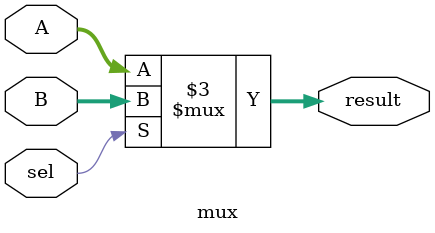
<source format=v>
module mux
#(parameter n=4)
(
input [n-1:0]A,B,
input sel,
output reg [n-1:0]result
);

always@*
begin
if(sel)
result=B;
else
result=A;
end
endmodule

</source>
